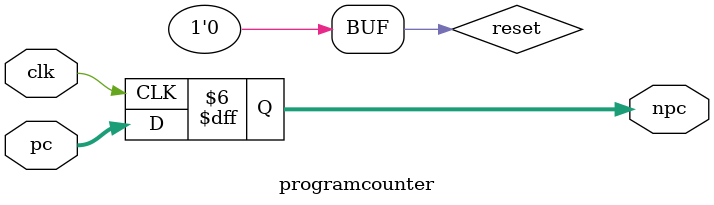
<source format=v>
module programcounter( 
    output  reg [31:0]	npc	, 
	input [31:0] pc,
	input clk
	);				
	reg reset;
	
	initial begin
		reset = 1;
		#100 reset = 0;	
	end				  
	
	always @(posedge clk)
	begin
	    if(reset)
	        npc = 0 ;
	    else
	        npc = pc ;
	end
endmodule
</source>
